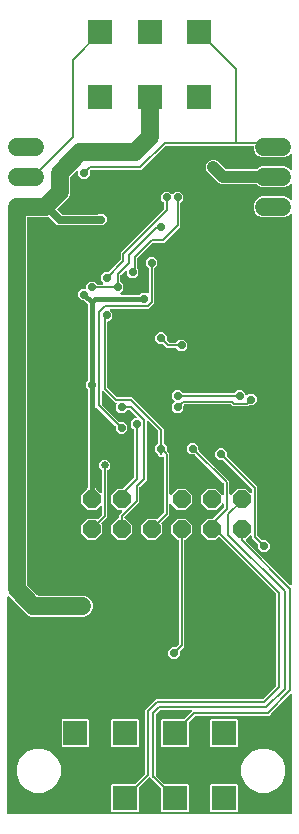
<source format=gbr>
G04 EAGLE Gerber RS-274X export*
G75*
%MOMM*%
%FSLAX34Y34*%
%LPD*%
%INBottom Copper*%
%IPPOS*%
%AMOC8*
5,1,8,0,0,1.08239X$1,22.5*%
G01*
%ADD10C,1.524000*%
%ADD11P,1.649562X8X22.500000*%
%ADD12C,0.711200*%
%ADD13R,2.095500X2.095500*%
%ADD14C,0.406400*%
%ADD15C,0.635000*%
%ADD16C,0.203200*%
%ADD17C,1.016000*%
%ADD18C,0.660400*%

G36*
X243517Y3184D02*
X243517Y3184D01*
X243575Y3182D01*
X243657Y3204D01*
X243741Y3216D01*
X243794Y3239D01*
X243850Y3254D01*
X243923Y3297D01*
X244000Y3332D01*
X244045Y3370D01*
X244095Y3399D01*
X244153Y3461D01*
X244217Y3515D01*
X244249Y3564D01*
X244289Y3607D01*
X244328Y3682D01*
X244375Y3752D01*
X244392Y3808D01*
X244419Y3860D01*
X244430Y3928D01*
X244460Y4023D01*
X244463Y4123D01*
X244474Y4191D01*
X244474Y103852D01*
X244470Y103881D01*
X244473Y103910D01*
X244450Y104021D01*
X244434Y104133D01*
X244422Y104160D01*
X244417Y104189D01*
X244365Y104289D01*
X244318Y104393D01*
X244299Y104415D01*
X244286Y104441D01*
X244208Y104523D01*
X244135Y104610D01*
X244110Y104626D01*
X244090Y104647D01*
X243992Y104704D01*
X243898Y104767D01*
X243870Y104776D01*
X243845Y104791D01*
X243735Y104819D01*
X243627Y104853D01*
X243597Y104854D01*
X243569Y104861D01*
X243456Y104857D01*
X243343Y104860D01*
X243314Y104853D01*
X243285Y104852D01*
X243177Y104817D01*
X243068Y104789D01*
X243042Y104774D01*
X243014Y104765D01*
X242951Y104719D01*
X242823Y104643D01*
X242780Y104598D01*
X242741Y104570D01*
X226422Y88250D01*
X226421Y88250D01*
X224785Y86613D01*
X163268Y86613D01*
X163181Y86601D01*
X163094Y86598D01*
X163041Y86581D01*
X162986Y86573D01*
X162906Y86538D01*
X162823Y86511D01*
X162784Y86483D01*
X162727Y86457D01*
X162614Y86361D01*
X162550Y86316D01*
X157046Y80812D01*
X156993Y80742D01*
X156933Y80678D01*
X156908Y80629D01*
X156875Y80584D01*
X156844Y80503D01*
X156804Y80425D01*
X156796Y80377D01*
X156773Y80319D01*
X156761Y80171D01*
X156748Y80094D01*
X156748Y60996D01*
X156004Y60252D01*
X133996Y60252D01*
X133252Y60996D01*
X133252Y83004D01*
X133996Y83748D01*
X153094Y83748D01*
X153180Y83760D01*
X153268Y83763D01*
X153320Y83780D01*
X153375Y83788D01*
X153455Y83824D01*
X153538Y83851D01*
X153578Y83879D01*
X153635Y83904D01*
X153748Y84000D01*
X153812Y84046D01*
X159191Y89425D01*
X159243Y89495D01*
X159303Y89559D01*
X159329Y89608D01*
X159362Y89652D01*
X159393Y89734D01*
X159433Y89812D01*
X159439Y89849D01*
X159455Y89870D01*
X159465Y89897D01*
X159481Y89922D01*
X159515Y90029D01*
X159556Y90135D01*
X159558Y90165D01*
X159567Y90193D01*
X159570Y90306D01*
X159579Y90419D01*
X159574Y90447D01*
X159574Y90477D01*
X159546Y90586D01*
X159524Y90697D01*
X159510Y90724D01*
X159503Y90752D01*
X159445Y90849D01*
X159393Y90950D01*
X159372Y90971D01*
X159357Y90996D01*
X159275Y91074D01*
X159197Y91156D01*
X159172Y91171D01*
X159150Y91191D01*
X159049Y91242D01*
X158952Y91300D01*
X158923Y91307D01*
X158897Y91320D01*
X158820Y91333D01*
X158676Y91370D01*
X158613Y91368D01*
X158566Y91376D01*
X133130Y91376D01*
X133044Y91364D01*
X132956Y91361D01*
X132904Y91344D01*
X132849Y91336D01*
X132769Y91300D01*
X132686Y91273D01*
X132646Y91245D01*
X132589Y91220D01*
X132476Y91124D01*
X132412Y91078D01*
X129584Y88250D01*
X129532Y88180D01*
X129472Y88116D01*
X129446Y88067D01*
X129413Y88023D01*
X129382Y87941D01*
X129342Y87863D01*
X129334Y87816D01*
X129312Y87757D01*
X129300Y87610D01*
X129287Y87532D01*
X129287Y36368D01*
X129299Y36281D01*
X129302Y36194D01*
X129319Y36141D01*
X129327Y36086D01*
X129362Y36006D01*
X129389Y35923D01*
X129417Y35884D01*
X129443Y35827D01*
X129539Y35714D01*
X129584Y35650D01*
X136188Y29046D01*
X136258Y28993D01*
X136322Y28933D01*
X136371Y28908D01*
X136416Y28875D01*
X136497Y28844D01*
X136575Y28804D01*
X136623Y28796D01*
X136681Y28773D01*
X136829Y28761D01*
X136906Y28748D01*
X156004Y28748D01*
X156748Y28004D01*
X156748Y5996D01*
X156004Y5252D01*
X133996Y5252D01*
X133252Y5996D01*
X133252Y25094D01*
X133240Y25180D01*
X133237Y25268D01*
X133220Y25320D01*
X133212Y25375D01*
X133176Y25455D01*
X133149Y25538D01*
X133121Y25578D01*
X133096Y25635D01*
X133000Y25748D01*
X132954Y25812D01*
X126575Y32191D01*
X126505Y32243D01*
X126441Y32303D01*
X126392Y32329D01*
X126348Y32362D01*
X126266Y32393D01*
X126188Y32433D01*
X126141Y32441D01*
X126082Y32463D01*
X126078Y32463D01*
X124605Y33936D01*
X124559Y33971D01*
X124518Y34013D01*
X124446Y34056D01*
X124378Y34107D01*
X124324Y34127D01*
X124273Y34157D01*
X124192Y34178D01*
X124113Y34208D01*
X124054Y34213D01*
X123998Y34227D01*
X123913Y34224D01*
X123829Y34231D01*
X123772Y34220D01*
X123713Y34218D01*
X123633Y34192D01*
X123551Y34175D01*
X123499Y34149D01*
X123443Y34131D01*
X123387Y34091D01*
X123298Y34045D01*
X123226Y33976D01*
X123170Y33936D01*
X115046Y25812D01*
X114993Y25742D01*
X114933Y25678D01*
X114908Y25629D01*
X114875Y25584D01*
X114844Y25503D01*
X114804Y25425D01*
X114796Y25377D01*
X114773Y25319D01*
X114761Y25171D01*
X114748Y25094D01*
X114748Y5996D01*
X114004Y5252D01*
X91996Y5252D01*
X91252Y5996D01*
X91252Y28004D01*
X91996Y28748D01*
X111094Y28748D01*
X111180Y28760D01*
X111268Y28763D01*
X111320Y28780D01*
X111375Y28788D01*
X111455Y28824D01*
X111538Y28851D01*
X111578Y28879D01*
X111635Y28904D01*
X111748Y29000D01*
X111812Y29046D01*
X119653Y36887D01*
X119706Y36957D01*
X119766Y37021D01*
X119791Y37070D01*
X119824Y37115D01*
X119855Y37196D01*
X119895Y37274D01*
X119903Y37322D01*
X119926Y37380D01*
X119938Y37528D01*
X119951Y37605D01*
X119951Y91435D01*
X129228Y100712D01*
X219295Y100712D01*
X219381Y100724D01*
X219469Y100727D01*
X219521Y100744D01*
X219576Y100752D01*
X219656Y100787D01*
X219739Y100814D01*
X219779Y100842D01*
X219836Y100868D01*
X219949Y100964D01*
X220013Y101009D01*
X230778Y111775D01*
X230831Y111845D01*
X230891Y111909D01*
X230916Y111958D01*
X230949Y112002D01*
X230980Y112084D01*
X231020Y112162D01*
X231028Y112209D01*
X231051Y112268D01*
X231063Y112415D01*
X231076Y112493D01*
X231076Y189132D01*
X231064Y189219D01*
X231061Y189306D01*
X231044Y189359D01*
X231036Y189414D01*
X231000Y189494D01*
X230973Y189577D01*
X230945Y189616D01*
X230920Y189673D01*
X230824Y189786D01*
X230778Y189850D01*
X183188Y237441D01*
X183141Y237476D01*
X183101Y237519D01*
X183028Y237561D01*
X182960Y237612D01*
X182906Y237633D01*
X182855Y237662D01*
X182774Y237683D01*
X182695Y237713D01*
X182636Y237718D01*
X182580Y237732D01*
X182496Y237730D01*
X182411Y237737D01*
X182354Y237725D01*
X182296Y237723D01*
X182215Y237697D01*
X182133Y237681D01*
X182081Y237654D01*
X182025Y237636D01*
X181969Y237596D01*
X181880Y237550D01*
X181808Y237481D01*
X181752Y237441D01*
X179895Y235584D01*
X172530Y235584D01*
X167322Y240792D01*
X167322Y248158D01*
X172530Y253366D01*
X176686Y253366D01*
X176773Y253378D01*
X176860Y253381D01*
X176913Y253398D01*
X176968Y253406D01*
X177048Y253441D01*
X177131Y253468D01*
X177170Y253496D01*
X177227Y253522D01*
X177340Y253618D01*
X177404Y253663D01*
X186328Y262587D01*
X186381Y262657D01*
X186441Y262721D01*
X186466Y262770D01*
X186499Y262815D01*
X186530Y262896D01*
X186570Y262974D01*
X186578Y263022D01*
X186601Y263080D01*
X186613Y263228D01*
X186626Y263305D01*
X186626Y265264D01*
X186622Y265293D01*
X186624Y265322D01*
X186602Y265433D01*
X186586Y265545D01*
X186574Y265572D01*
X186568Y265601D01*
X186516Y265701D01*
X186470Y265805D01*
X186451Y265827D01*
X186437Y265853D01*
X186359Y265935D01*
X186286Y266022D01*
X186262Y266038D01*
X186241Y266059D01*
X186144Y266117D01*
X186049Y266179D01*
X186021Y266188D01*
X185996Y266203D01*
X185887Y266231D01*
X185778Y266265D01*
X185749Y266266D01*
X185721Y266273D01*
X185608Y266270D01*
X185494Y266272D01*
X185466Y266265D01*
X185436Y266264D01*
X185329Y266229D01*
X185219Y266201D01*
X185194Y266186D01*
X185166Y266177D01*
X185102Y266131D01*
X184975Y266055D01*
X184932Y266010D01*
X184893Y265982D01*
X179895Y260984D01*
X172530Y260984D01*
X167322Y266192D01*
X167322Y273558D01*
X172530Y278766D01*
X179895Y278766D01*
X184893Y273768D01*
X184916Y273751D01*
X184935Y273728D01*
X185029Y273665D01*
X185120Y273597D01*
X185147Y273587D01*
X185172Y273571D01*
X185280Y273536D01*
X185385Y273496D01*
X185415Y273494D01*
X185443Y273485D01*
X185556Y273482D01*
X185669Y273473D01*
X185697Y273478D01*
X185727Y273478D01*
X185836Y273506D01*
X185948Y273528D01*
X185974Y273542D01*
X186002Y273549D01*
X186099Y273607D01*
X186200Y273659D01*
X186221Y273680D01*
X186246Y273695D01*
X186324Y273777D01*
X186406Y273855D01*
X186421Y273881D01*
X186441Y273902D01*
X186492Y274003D01*
X186550Y274100D01*
X186557Y274129D01*
X186570Y274155D01*
X186583Y274232D01*
X186620Y274376D01*
X186618Y274438D01*
X186626Y274486D01*
X186626Y282795D01*
X186614Y282881D01*
X186611Y282969D01*
X186594Y283021D01*
X186586Y283076D01*
X186550Y283156D01*
X186523Y283239D01*
X186495Y283279D01*
X186470Y283336D01*
X186374Y283449D01*
X186328Y283513D01*
X162228Y307613D01*
X162158Y307666D01*
X162094Y307726D01*
X162045Y307751D01*
X162000Y307784D01*
X161919Y307815D01*
X161841Y307855D01*
X161793Y307863D01*
X161735Y307886D01*
X161587Y307898D01*
X161510Y307911D01*
X158338Y307911D01*
X155511Y310738D01*
X155511Y314737D01*
X158338Y317564D01*
X162337Y317564D01*
X165164Y314737D01*
X165164Y311565D01*
X165176Y311479D01*
X165179Y311391D01*
X165196Y311339D01*
X165204Y311284D01*
X165240Y311204D01*
X165267Y311121D01*
X165295Y311081D01*
X165320Y311024D01*
X165416Y310911D01*
X165462Y310847D01*
X191199Y285110D01*
X191199Y274486D01*
X191203Y274457D01*
X191201Y274428D01*
X191223Y274317D01*
X191239Y274205D01*
X191251Y274178D01*
X191257Y274149D01*
X191309Y274049D01*
X191355Y273945D01*
X191374Y273923D01*
X191388Y273897D01*
X191466Y273815D01*
X191539Y273728D01*
X191563Y273712D01*
X191584Y273691D01*
X191681Y273633D01*
X191776Y273571D01*
X191804Y273562D01*
X191829Y273547D01*
X191938Y273519D01*
X192047Y273485D01*
X192076Y273484D01*
X192104Y273477D01*
X192217Y273480D01*
X192331Y273478D01*
X192359Y273485D01*
X192389Y273486D01*
X192496Y273521D01*
X192606Y273549D01*
X192631Y273564D01*
X192659Y273573D01*
X192723Y273619D01*
X192850Y273695D01*
X192893Y273740D01*
X192932Y273768D01*
X197930Y278766D01*
X205295Y278766D01*
X208705Y275356D01*
X208729Y275338D01*
X208748Y275316D01*
X208842Y275253D01*
X208932Y275185D01*
X208960Y275174D01*
X208984Y275158D01*
X209092Y275124D01*
X209198Y275084D01*
X209227Y275081D01*
X209255Y275072D01*
X209369Y275069D01*
X209481Y275060D01*
X209510Y275066D01*
X209539Y275065D01*
X209649Y275094D01*
X209760Y275116D01*
X209786Y275129D01*
X209814Y275137D01*
X209912Y275195D01*
X210012Y275247D01*
X210034Y275267D01*
X210059Y275282D01*
X210136Y275365D01*
X210218Y275443D01*
X210233Y275468D01*
X210253Y275489D01*
X210305Y275590D01*
X210362Y275688D01*
X210369Y275716D01*
X210383Y275743D01*
X210396Y275820D01*
X210432Y275964D01*
X210430Y276026D01*
X210438Y276074D01*
X210438Y278032D01*
X210426Y278119D01*
X210423Y278206D01*
X210406Y278259D01*
X210398Y278314D01*
X210363Y278394D01*
X210336Y278477D01*
X210308Y278516D01*
X210282Y278573D01*
X210186Y278686D01*
X210141Y278750D01*
X186040Y302851D01*
X185970Y302903D01*
X185906Y302963D01*
X185857Y302989D01*
X185813Y303022D01*
X185731Y303053D01*
X185653Y303093D01*
X185606Y303101D01*
X185547Y303123D01*
X185400Y303135D01*
X185322Y303148D01*
X182151Y303148D01*
X179323Y305976D01*
X179323Y309974D01*
X182151Y312802D01*
X186149Y312802D01*
X188977Y309974D01*
X188977Y306803D01*
X188989Y306716D01*
X188992Y306629D01*
X189009Y306576D01*
X189017Y306521D01*
X189052Y306441D01*
X189079Y306358D01*
X189107Y306319D01*
X189133Y306262D01*
X189229Y306149D01*
X189274Y306085D01*
X215012Y280347D01*
X215012Y239493D01*
X215024Y239406D01*
X215027Y239319D01*
X215044Y239266D01*
X215052Y239211D01*
X215087Y239131D01*
X215114Y239048D01*
X215142Y239009D01*
X215168Y238952D01*
X215264Y238839D01*
X215309Y238775D01*
X218772Y235312D01*
X218842Y235259D01*
X218906Y235199D01*
X218955Y235174D01*
X219000Y235141D01*
X219081Y235110D01*
X219159Y235070D01*
X219207Y235062D01*
X219265Y235039D01*
X219413Y235027D01*
X219490Y235014D01*
X222662Y235014D01*
X225489Y232187D01*
X225489Y228188D01*
X222662Y225361D01*
X218663Y225361D01*
X215836Y228188D01*
X215836Y231360D01*
X215824Y231446D01*
X215821Y231534D01*
X215804Y231586D01*
X215796Y231641D01*
X215760Y231721D01*
X215733Y231804D01*
X215705Y231844D01*
X215680Y231901D01*
X215584Y232014D01*
X215538Y232078D01*
X210438Y237178D01*
X210438Y238276D01*
X210434Y238305D01*
X210437Y238335D01*
X210414Y238446D01*
X210398Y238558D01*
X210386Y238585D01*
X210381Y238613D01*
X210329Y238714D01*
X210282Y238817D01*
X210263Y238840D01*
X210250Y238866D01*
X210172Y238948D01*
X210099Y239034D01*
X210074Y239051D01*
X210054Y239072D01*
X209956Y239129D01*
X209862Y239192D01*
X209834Y239201D01*
X209809Y239216D01*
X209699Y239243D01*
X209591Y239278D01*
X209561Y239278D01*
X209533Y239286D01*
X209420Y239282D01*
X209307Y239285D01*
X209278Y239278D01*
X209249Y239277D01*
X209141Y239242D01*
X209032Y239213D01*
X209006Y239198D01*
X208978Y239189D01*
X208915Y239144D01*
X208787Y239068D01*
X208744Y239022D01*
X208705Y238994D01*
X205472Y235761D01*
X205437Y235714D01*
X205394Y235674D01*
X205351Y235601D01*
X205301Y235533D01*
X205280Y235479D01*
X205250Y235428D01*
X205229Y235347D01*
X205199Y235268D01*
X205195Y235209D01*
X205180Y235153D01*
X205183Y235069D01*
X205176Y234985D01*
X205187Y234927D01*
X205189Y234869D01*
X205215Y234789D01*
X205232Y234706D01*
X205259Y234654D01*
X205277Y234598D01*
X205317Y234542D01*
X205363Y234453D01*
X205432Y234381D01*
X205472Y234325D01*
X242741Y197055D01*
X242765Y197038D01*
X242784Y197015D01*
X242878Y196952D01*
X242968Y196884D01*
X242996Y196874D01*
X243020Y196858D01*
X243128Y196823D01*
X243234Y196783D01*
X243263Y196781D01*
X243291Y196772D01*
X243405Y196769D01*
X243517Y196760D01*
X243546Y196765D01*
X243575Y196765D01*
X243685Y196793D01*
X243796Y196815D01*
X243822Y196829D01*
X243850Y196836D01*
X243948Y196894D01*
X244048Y196946D01*
X244070Y196967D01*
X244095Y196982D01*
X244172Y197064D01*
X244254Y197142D01*
X244269Y197168D01*
X244289Y197189D01*
X244341Y197290D01*
X244398Y197388D01*
X244405Y197416D01*
X244419Y197442D01*
X244432Y197519D01*
X244468Y197663D01*
X244466Y197726D01*
X244474Y197773D01*
X244474Y510755D01*
X244470Y510784D01*
X244473Y510813D01*
X244450Y510924D01*
X244434Y511036D01*
X244422Y511063D01*
X244417Y511092D01*
X244364Y511193D01*
X244318Y511296D01*
X244299Y511318D01*
X244286Y511344D01*
X244208Y511426D01*
X244135Y511513D01*
X244110Y511529D01*
X244090Y511550D01*
X243992Y511607D01*
X243898Y511670D01*
X243870Y511679D01*
X243845Y511694D01*
X243735Y511722D01*
X243627Y511756D01*
X243597Y511757D01*
X243569Y511764D01*
X243456Y511761D01*
X243343Y511763D01*
X243314Y511756D01*
X243285Y511755D01*
X243177Y511720D01*
X243068Y511692D01*
X243042Y511677D01*
X243014Y511668D01*
X242950Y511622D01*
X242823Y511546D01*
X242780Y511501D01*
X242741Y511473D01*
X241256Y509988D01*
X237988Y508634D01*
X219212Y508634D01*
X215944Y509988D01*
X213443Y512489D01*
X212089Y515757D01*
X212089Y519293D01*
X213443Y522561D01*
X215944Y525062D01*
X219212Y526416D01*
X237988Y526416D01*
X241256Y525062D01*
X242741Y523577D01*
X242765Y523560D01*
X242784Y523537D01*
X242878Y523474D01*
X242968Y523406D01*
X242996Y523396D01*
X243020Y523380D01*
X243128Y523345D01*
X243234Y523305D01*
X243263Y523303D01*
X243291Y523294D01*
X243405Y523291D01*
X243517Y523282D01*
X243546Y523287D01*
X243575Y523287D01*
X243685Y523315D01*
X243796Y523337D01*
X243822Y523351D01*
X243850Y523358D01*
X243948Y523416D01*
X244048Y523468D01*
X244070Y523489D01*
X244095Y523504D01*
X244172Y523586D01*
X244254Y523664D01*
X244269Y523690D01*
X244289Y523711D01*
X244341Y523812D01*
X244398Y523910D01*
X244405Y523938D01*
X244419Y523964D01*
X244432Y524041D01*
X244468Y524185D01*
X244466Y524248D01*
X244474Y524295D01*
X244474Y536155D01*
X244470Y536184D01*
X244473Y536213D01*
X244450Y536324D01*
X244434Y536436D01*
X244422Y536463D01*
X244417Y536492D01*
X244364Y536593D01*
X244318Y536696D01*
X244299Y536718D01*
X244286Y536744D01*
X244208Y536826D01*
X244135Y536913D01*
X244110Y536929D01*
X244090Y536950D01*
X243992Y537007D01*
X243898Y537070D01*
X243870Y537079D01*
X243845Y537094D01*
X243735Y537122D01*
X243627Y537156D01*
X243597Y537157D01*
X243569Y537164D01*
X243456Y537161D01*
X243343Y537163D01*
X243314Y537156D01*
X243285Y537155D01*
X243177Y537120D01*
X243068Y537092D01*
X243042Y537077D01*
X243014Y537068D01*
X242950Y537022D01*
X242823Y536946D01*
X242780Y536901D01*
X242741Y536873D01*
X241256Y535388D01*
X237988Y534034D01*
X219212Y534034D01*
X215944Y535388D01*
X215055Y536277D01*
X214985Y536329D01*
X214921Y536389D01*
X214872Y536415D01*
X214828Y536448D01*
X214746Y536479D01*
X214668Y536519D01*
X214620Y536527D01*
X214562Y536549D01*
X214414Y536561D01*
X214337Y536574D01*
X184474Y536574D01*
X182140Y537541D01*
X172416Y547265D01*
X171449Y549599D01*
X171449Y552126D01*
X172416Y554460D01*
X174203Y556246D01*
X176537Y557213D01*
X179063Y557213D01*
X181397Y556246D01*
X188071Y549573D01*
X188140Y549521D01*
X188204Y549461D01*
X188254Y549435D01*
X188298Y549402D01*
X188380Y549371D01*
X188458Y549331D01*
X188505Y549323D01*
X188564Y549301D01*
X188711Y549289D01*
X188789Y549276D01*
X214337Y549276D01*
X214423Y549288D01*
X214511Y549291D01*
X214564Y549308D01*
X214618Y549316D01*
X214698Y549351D01*
X214781Y549378D01*
X214821Y549406D01*
X214878Y549432D01*
X214991Y549528D01*
X215055Y549573D01*
X215944Y550462D01*
X219212Y551816D01*
X237988Y551816D01*
X241256Y550462D01*
X242741Y548977D01*
X242765Y548960D01*
X242784Y548937D01*
X242878Y548874D01*
X242968Y548806D01*
X242996Y548796D01*
X243020Y548780D01*
X243128Y548745D01*
X243234Y548705D01*
X243263Y548703D01*
X243291Y548694D01*
X243405Y548691D01*
X243517Y548682D01*
X243546Y548687D01*
X243575Y548687D01*
X243685Y548715D01*
X243796Y548737D01*
X243822Y548751D01*
X243850Y548758D01*
X243948Y548816D01*
X244048Y548868D01*
X244070Y548889D01*
X244095Y548904D01*
X244172Y548986D01*
X244254Y549064D01*
X244269Y549090D01*
X244289Y549111D01*
X244341Y549212D01*
X244398Y549310D01*
X244405Y549338D01*
X244419Y549364D01*
X244432Y549441D01*
X244468Y549585D01*
X244466Y549648D01*
X244474Y549695D01*
X244474Y561555D01*
X244470Y561584D01*
X244473Y561613D01*
X244450Y561724D01*
X244434Y561836D01*
X244422Y561863D01*
X244417Y561892D01*
X244364Y561993D01*
X244318Y562096D01*
X244299Y562118D01*
X244286Y562144D01*
X244208Y562226D01*
X244135Y562313D01*
X244110Y562329D01*
X244090Y562350D01*
X243992Y562407D01*
X243898Y562470D01*
X243870Y562479D01*
X243845Y562494D01*
X243735Y562522D01*
X243627Y562556D01*
X243597Y562557D01*
X243569Y562564D01*
X243456Y562561D01*
X243343Y562563D01*
X243314Y562556D01*
X243285Y562555D01*
X243177Y562520D01*
X243068Y562492D01*
X243042Y562477D01*
X243014Y562468D01*
X242950Y562422D01*
X242823Y562346D01*
X242780Y562301D01*
X242741Y562273D01*
X241256Y560788D01*
X237988Y559434D01*
X219212Y559434D01*
X215944Y560788D01*
X213443Y563289D01*
X212089Y566557D01*
X212089Y568198D01*
X212081Y568256D01*
X212083Y568314D01*
X212061Y568396D01*
X212049Y568480D01*
X212026Y568533D01*
X212011Y568589D01*
X211968Y568662D01*
X211933Y568739D01*
X211895Y568784D01*
X211866Y568834D01*
X211804Y568892D01*
X211750Y568956D01*
X211701Y568988D01*
X211658Y569028D01*
X211583Y569067D01*
X211513Y569114D01*
X211457Y569131D01*
X211405Y569158D01*
X211337Y569169D01*
X211242Y569199D01*
X211142Y569202D01*
X211074Y569213D01*
X137893Y569213D01*
X137806Y569201D01*
X137719Y569198D01*
X137666Y569181D01*
X137611Y569173D01*
X137531Y569138D01*
X137448Y569111D01*
X137409Y569083D01*
X137352Y569057D01*
X137239Y568961D01*
X137175Y568916D01*
X116835Y548576D01*
X74393Y548576D01*
X74306Y548564D01*
X74219Y548561D01*
X74166Y548544D01*
X74111Y548536D01*
X74031Y548500D01*
X73948Y548473D01*
X73909Y548445D01*
X73852Y548420D01*
X73739Y548324D01*
X73675Y548278D01*
X73387Y547990D01*
X73334Y547920D01*
X73274Y547856D01*
X73249Y547807D01*
X73216Y547763D01*
X73185Y547681D01*
X73145Y547603D01*
X73137Y547556D01*
X73114Y547497D01*
X73102Y547350D01*
X73089Y547272D01*
X73089Y544101D01*
X70262Y541273D01*
X66263Y541273D01*
X63436Y544101D01*
X63436Y546886D01*
X63432Y546915D01*
X63434Y546945D01*
X63412Y547056D01*
X63396Y547168D01*
X63384Y547195D01*
X63378Y547223D01*
X63326Y547324D01*
X63280Y547427D01*
X63261Y547450D01*
X63247Y547476D01*
X63169Y547558D01*
X63096Y547644D01*
X63072Y547661D01*
X63051Y547682D01*
X62954Y547739D01*
X62859Y547802D01*
X62831Y547811D01*
X62806Y547826D01*
X62697Y547853D01*
X62588Y547888D01*
X62559Y547888D01*
X62531Y547896D01*
X62418Y547892D01*
X62304Y547895D01*
X62276Y547888D01*
X62246Y547887D01*
X62139Y547852D01*
X62029Y547823D01*
X62004Y547808D01*
X61976Y547799D01*
X61912Y547754D01*
X61785Y547678D01*
X61742Y547632D01*
X61703Y547604D01*
X56813Y542715D01*
X56761Y542645D01*
X56701Y542581D01*
X56675Y542532D01*
X56642Y542487D01*
X56611Y542406D01*
X56571Y542328D01*
X56563Y542280D01*
X56541Y542222D01*
X56529Y542074D01*
X56516Y541997D01*
X56516Y528457D01*
X55162Y525189D01*
X52518Y522545D01*
X45867Y515894D01*
X45832Y515847D01*
X45789Y515807D01*
X45747Y515734D01*
X45696Y515666D01*
X45675Y515612D01*
X45646Y515561D01*
X45625Y515480D01*
X45595Y515401D01*
X45590Y515342D01*
X45576Y515286D01*
X45578Y515201D01*
X45571Y515117D01*
X45583Y515060D01*
X45585Y515002D01*
X45611Y514921D01*
X45627Y514839D01*
X45654Y514787D01*
X45672Y514731D01*
X45712Y514675D01*
X45758Y514586D01*
X45827Y514514D01*
X45867Y514458D01*
X49169Y511156D01*
X49239Y511103D01*
X49303Y511043D01*
X49352Y511018D01*
X49396Y510985D01*
X49478Y510954D01*
X49556Y510914D01*
X49604Y510906D01*
X49662Y510883D01*
X49810Y510871D01*
X49887Y510858D01*
X79749Y510858D01*
X79836Y510870D01*
X79923Y510873D01*
X79976Y510890D01*
X80031Y510898D01*
X80110Y510934D01*
X80194Y510961D01*
X80233Y510989D01*
X80290Y511014D01*
X80403Y511110D01*
X80467Y511156D01*
X80551Y511239D01*
X84549Y511239D01*
X87377Y508412D01*
X87377Y504413D01*
X84549Y501586D01*
X80551Y501586D01*
X80467Y501669D01*
X80397Y501722D01*
X80333Y501782D01*
X80284Y501807D01*
X80240Y501840D01*
X80158Y501871D01*
X80080Y501911D01*
X80033Y501919D01*
X79974Y501942D01*
X79827Y501954D01*
X79749Y501967D01*
X45783Y501967D01*
X42882Y504868D01*
X38886Y508864D01*
X38885Y508865D01*
X38884Y508866D01*
X38770Y508951D01*
X38659Y509035D01*
X38657Y509036D01*
X38656Y509037D01*
X38524Y509086D01*
X38393Y509136D01*
X38392Y509136D01*
X38390Y509137D01*
X38251Y509148D01*
X38110Y509160D01*
X38108Y509160D01*
X38107Y509160D01*
X38092Y509156D01*
X37831Y509104D01*
X37804Y509090D01*
X37780Y509084D01*
X36693Y508634D01*
X21018Y508634D01*
X20961Y508626D01*
X20902Y508628D01*
X20821Y508606D01*
X20737Y508594D01*
X20684Y508571D01*
X20627Y508556D01*
X20555Y508513D01*
X20478Y508478D01*
X20433Y508440D01*
X20383Y508411D01*
X20325Y508349D01*
X20261Y508295D01*
X20228Y508246D01*
X20188Y508203D01*
X20150Y508128D01*
X20103Y508058D01*
X20085Y508002D01*
X20059Y507950D01*
X20047Y507882D01*
X20017Y507787D01*
X20015Y507687D01*
X20003Y507619D01*
X20003Y197778D01*
X20015Y197692D01*
X20018Y197604D01*
X20035Y197552D01*
X20043Y197497D01*
X20079Y197417D01*
X20106Y197334D01*
X20134Y197294D01*
X20159Y197237D01*
X20255Y197124D01*
X20301Y197060D01*
X28785Y188576D01*
X28855Y188523D01*
X28919Y188463D01*
X28968Y188438D01*
X29013Y188405D01*
X29094Y188374D01*
X29172Y188334D01*
X29220Y188326D01*
X29278Y188303D01*
X29426Y188291D01*
X29503Y188278D01*
X68443Y188278D01*
X71711Y186925D01*
X74212Y184424D01*
X75566Y181156D01*
X75566Y177619D01*
X74212Y174351D01*
X71711Y171850D01*
X68443Y170497D01*
X23632Y170497D01*
X20364Y171850D01*
X6219Y185995D01*
X4909Y187305D01*
X4885Y187323D01*
X4866Y187345D01*
X4772Y187408D01*
X4682Y187476D01*
X4654Y187487D01*
X4630Y187503D01*
X4522Y187537D01*
X4416Y187577D01*
X4387Y187580D01*
X4359Y187589D01*
X4245Y187592D01*
X4133Y187601D01*
X4104Y187595D01*
X4075Y187596D01*
X3965Y187567D01*
X3854Y187545D01*
X3828Y187531D01*
X3800Y187524D01*
X3702Y187466D01*
X3602Y187414D01*
X3580Y187394D01*
X3555Y187379D01*
X3478Y187296D01*
X3396Y187218D01*
X3381Y187193D01*
X3361Y187172D01*
X3309Y187071D01*
X3252Y186973D01*
X3245Y186945D01*
X3231Y186918D01*
X3218Y186841D01*
X3182Y186697D01*
X3184Y186635D01*
X3176Y186587D01*
X3176Y4191D01*
X3184Y4133D01*
X3182Y4075D01*
X3204Y3993D01*
X3216Y3909D01*
X3239Y3856D01*
X3254Y3800D01*
X3297Y3727D01*
X3332Y3650D01*
X3370Y3605D01*
X3399Y3555D01*
X3461Y3497D01*
X3515Y3433D01*
X3564Y3401D01*
X3607Y3361D01*
X3682Y3322D01*
X3752Y3275D01*
X3808Y3258D01*
X3860Y3231D01*
X3928Y3220D01*
X4023Y3190D01*
X4123Y3187D01*
X4191Y3176D01*
X243459Y3176D01*
X243517Y3184D01*
G37*
%LPC*%
G36*
X70930Y235584D02*
X70930Y235584D01*
X65722Y240792D01*
X65722Y248158D01*
X70930Y253366D01*
X78295Y253366D01*
X78564Y253097D01*
X78611Y253061D01*
X78651Y253019D01*
X78724Y252976D01*
X78792Y252926D01*
X78846Y252905D01*
X78897Y252875D01*
X78978Y252854D01*
X79057Y252824D01*
X79116Y252820D01*
X79172Y252805D01*
X79256Y252808D01*
X79341Y252801D01*
X79398Y252812D01*
X79456Y252814D01*
X79537Y252840D01*
X79619Y252857D01*
X79671Y252884D01*
X79727Y252902D01*
X79783Y252942D01*
X79872Y252988D01*
X79944Y253056D01*
X80000Y253097D01*
X83141Y256237D01*
X83193Y256307D01*
X83253Y256371D01*
X83279Y256420D01*
X83312Y256465D01*
X83343Y256546D01*
X83383Y256624D01*
X83391Y256672D01*
X83413Y256730D01*
X83419Y256804D01*
X83424Y256820D01*
X83426Y256881D01*
X83438Y256955D01*
X83438Y263676D01*
X83434Y263705D01*
X83437Y263735D01*
X83414Y263846D01*
X83398Y263958D01*
X83386Y263985D01*
X83381Y264013D01*
X83329Y264114D01*
X83282Y264217D01*
X83263Y264240D01*
X83250Y264266D01*
X83172Y264348D01*
X83099Y264434D01*
X83074Y264451D01*
X83054Y264472D01*
X82956Y264529D01*
X82862Y264592D01*
X82834Y264601D01*
X82809Y264616D01*
X82699Y264643D01*
X82591Y264678D01*
X82561Y264678D01*
X82533Y264686D01*
X82420Y264682D01*
X82307Y264685D01*
X82278Y264678D01*
X82249Y264677D01*
X82141Y264642D01*
X82032Y264613D01*
X82006Y264598D01*
X81978Y264589D01*
X81915Y264544D01*
X81787Y264468D01*
X81744Y264422D01*
X81705Y264394D01*
X78295Y260984D01*
X70930Y260984D01*
X65722Y266192D01*
X65722Y273558D01*
X71012Y278848D01*
X71065Y278918D01*
X71125Y278982D01*
X71150Y279031D01*
X71183Y279075D01*
X71214Y279157D01*
X71254Y279235D01*
X71262Y279283D01*
X71285Y279341D01*
X71297Y279489D01*
X71310Y279566D01*
X71310Y362769D01*
X71298Y362855D01*
X71295Y362943D01*
X71278Y362995D01*
X71270Y363050D01*
X71234Y363130D01*
X71207Y363213D01*
X71179Y363252D01*
X71154Y363310D01*
X71058Y363423D01*
X71012Y363487D01*
X69786Y364713D01*
X69786Y368712D01*
X71012Y369938D01*
X71065Y370008D01*
X71125Y370072D01*
X71150Y370122D01*
X71183Y370166D01*
X71214Y370247D01*
X71254Y370325D01*
X71262Y370373D01*
X71285Y370431D01*
X71291Y370515D01*
X71296Y370528D01*
X71297Y370581D01*
X71310Y370656D01*
X71310Y434774D01*
X71298Y434861D01*
X71295Y434948D01*
X71278Y435001D01*
X71270Y435055D01*
X71234Y435135D01*
X71207Y435218D01*
X71179Y435258D01*
X71154Y435315D01*
X71058Y435428D01*
X71012Y435492D01*
X68716Y437788D01*
X68646Y437841D01*
X68582Y437901D01*
X68533Y437926D01*
X68489Y437959D01*
X68407Y437990D01*
X68329Y438030D01*
X68281Y438038D01*
X68223Y438061D01*
X68075Y438073D01*
X67998Y438086D01*
X66263Y438086D01*
X63436Y440913D01*
X63436Y444912D01*
X66263Y447739D01*
X68771Y447739D01*
X68828Y447747D01*
X68887Y447746D01*
X68968Y447767D01*
X69052Y447779D01*
X69105Y447803D01*
X69162Y447818D01*
X69234Y447861D01*
X69311Y447895D01*
X69356Y447933D01*
X69406Y447963D01*
X69464Y448025D01*
X69528Y448079D01*
X69561Y448128D01*
X69601Y448170D01*
X69639Y448245D01*
X69686Y448316D01*
X69704Y448371D01*
X69730Y448423D01*
X69742Y448491D01*
X69772Y448587D01*
X69774Y448686D01*
X69786Y448754D01*
X69786Y451262D01*
X72613Y454089D01*
X76612Y454089D01*
X78854Y451847D01*
X78924Y451794D01*
X78988Y451734D01*
X79038Y451709D01*
X79082Y451676D01*
X79163Y451645D01*
X79241Y451605D01*
X79289Y451597D01*
X79347Y451574D01*
X79495Y451562D01*
X79572Y451549D01*
X83686Y451549D01*
X83715Y451553D01*
X83745Y451551D01*
X83856Y451573D01*
X83968Y451589D01*
X83994Y451601D01*
X84023Y451607D01*
X84124Y451659D01*
X84227Y451705D01*
X84250Y451724D01*
X84276Y451738D01*
X84358Y451816D01*
X84444Y451889D01*
X84460Y451913D01*
X84482Y451934D01*
X84539Y452031D01*
X84602Y452126D01*
X84611Y452154D01*
X84625Y452179D01*
X84653Y452288D01*
X84688Y452397D01*
X84688Y452426D01*
X84695Y452454D01*
X84692Y452567D01*
X84695Y452681D01*
X84687Y452709D01*
X84686Y452739D01*
X84652Y452846D01*
X84623Y452956D01*
X84608Y452981D01*
X84599Y453009D01*
X84553Y453073D01*
X84478Y453200D01*
X84432Y453243D01*
X84404Y453282D01*
X82486Y455201D01*
X82486Y459199D01*
X85313Y462027D01*
X88485Y462027D01*
X88571Y462039D01*
X88659Y462042D01*
X88711Y462059D01*
X88766Y462067D01*
X88846Y462102D01*
X88929Y462129D01*
X88969Y462157D01*
X89026Y462183D01*
X89139Y462279D01*
X89203Y462324D01*
X99016Y472137D01*
X99068Y472207D01*
X99128Y472271D01*
X99154Y472320D01*
X99187Y472365D01*
X99218Y472446D01*
X99258Y472524D01*
X99266Y472572D01*
X99288Y472630D01*
X99300Y472778D01*
X99313Y472855D01*
X99313Y478785D01*
X135528Y515000D01*
X135581Y515070D01*
X135641Y515134D01*
X135666Y515183D01*
X135699Y515227D01*
X135730Y515309D01*
X135770Y515387D01*
X135778Y515434D01*
X135801Y515493D01*
X135813Y515640D01*
X135826Y515718D01*
X135826Y520503D01*
X135814Y520589D01*
X135811Y520677D01*
X135794Y520729D01*
X135786Y520784D01*
X135750Y520864D01*
X135723Y520947D01*
X135695Y520986D01*
X135670Y521044D01*
X135574Y521157D01*
X135528Y521221D01*
X133286Y523463D01*
X133286Y527462D01*
X136113Y530289D01*
X140112Y530289D01*
X142157Y528244D01*
X142204Y528209D01*
X142244Y528166D01*
X142317Y528124D01*
X142384Y528073D01*
X142439Y528052D01*
X142489Y528023D01*
X142571Y528002D01*
X142650Y527972D01*
X142708Y527967D01*
X142765Y527953D01*
X142849Y527955D01*
X142933Y527948D01*
X142991Y527960D01*
X143049Y527962D01*
X143129Y527988D01*
X143212Y528004D01*
X143264Y528031D01*
X143320Y528049D01*
X143376Y528089D01*
X143464Y528135D01*
X143537Y528204D01*
X143593Y528244D01*
X145638Y530289D01*
X149637Y530289D01*
X152464Y527462D01*
X152464Y523463D01*
X150222Y521221D01*
X150169Y521151D01*
X150109Y521087D01*
X150084Y521037D01*
X150051Y520993D01*
X150020Y520912D01*
X149980Y520834D01*
X149972Y520786D01*
X149949Y520728D01*
X149937Y520580D01*
X149924Y520503D01*
X149924Y500703D01*
X135885Y486663D01*
X126780Y486663D01*
X126694Y486651D01*
X126606Y486648D01*
X126554Y486631D01*
X126499Y486623D01*
X126419Y486588D01*
X126336Y486561D01*
X126296Y486533D01*
X126239Y486507D01*
X126126Y486411D01*
X126062Y486366D01*
X113709Y474013D01*
X113657Y473943D01*
X113597Y473879D01*
X113571Y473830D01*
X113538Y473785D01*
X113507Y473704D01*
X113467Y473626D01*
X113459Y473578D01*
X113437Y473520D01*
X113428Y473412D01*
X113426Y473404D01*
X113425Y473375D01*
X113425Y473372D01*
X113412Y473295D01*
X113412Y465335D01*
X113424Y465248D01*
X113427Y465161D01*
X113444Y465108D01*
X113452Y465053D01*
X113487Y464974D01*
X113514Y464890D01*
X113542Y464851D01*
X113568Y464794D01*
X113664Y464681D01*
X113709Y464617D01*
X114364Y463962D01*
X114364Y459963D01*
X111537Y457136D01*
X107538Y457136D01*
X104711Y459963D01*
X104711Y462563D01*
X104707Y462592D01*
X104709Y462622D01*
X104687Y462733D01*
X104671Y462845D01*
X104659Y462872D01*
X104653Y462900D01*
X104601Y463001D01*
X104555Y463104D01*
X104536Y463127D01*
X104522Y463153D01*
X104444Y463235D01*
X104371Y463321D01*
X104347Y463338D01*
X104326Y463359D01*
X104229Y463416D01*
X104134Y463479D01*
X104106Y463488D01*
X104081Y463502D01*
X103972Y463530D01*
X103863Y463565D01*
X103834Y463565D01*
X103806Y463573D01*
X103693Y463569D01*
X103579Y463572D01*
X103551Y463564D01*
X103521Y463564D01*
X103414Y463529D01*
X103304Y463500D01*
X103279Y463485D01*
X103251Y463476D01*
X103187Y463431D01*
X103060Y463355D01*
X103017Y463309D01*
X102978Y463281D01*
X99422Y459725D01*
X99409Y459708D01*
X99397Y459698D01*
X99367Y459653D01*
X99309Y459591D01*
X99284Y459542D01*
X99251Y459498D01*
X99220Y459416D01*
X99180Y459338D01*
X99172Y459291D01*
X99149Y459232D01*
X99137Y459085D01*
X99124Y459007D01*
X99124Y454222D01*
X99136Y454136D01*
X99139Y454048D01*
X99156Y453996D01*
X99164Y453941D01*
X99200Y453861D01*
X99227Y453778D01*
X99255Y453739D01*
X99280Y453681D01*
X99376Y453568D01*
X99422Y453504D01*
X101664Y451262D01*
X101664Y447263D01*
X99174Y444773D01*
X99157Y444750D01*
X99134Y444731D01*
X99072Y444637D01*
X99003Y444546D01*
X98993Y444519D01*
X98977Y444494D01*
X98943Y444386D01*
X98902Y444281D01*
X98900Y444251D01*
X98891Y444223D01*
X98888Y444110D01*
X98879Y443997D01*
X98884Y443969D01*
X98884Y443939D01*
X98912Y443830D01*
X98935Y443718D01*
X98948Y443692D01*
X98956Y443664D01*
X99013Y443567D01*
X99066Y443466D01*
X99086Y443445D01*
X99101Y443420D01*
X99183Y443342D01*
X99261Y443260D01*
X99287Y443245D01*
X99308Y443225D01*
X99409Y443174D01*
X99507Y443116D01*
X99535Y443109D01*
X99561Y443096D01*
X99639Y443083D01*
X99782Y443046D01*
X99845Y443048D01*
X99892Y443040D01*
X115119Y443040D01*
X115205Y443052D01*
X115293Y443055D01*
X115345Y443072D01*
X115400Y443080D01*
X115480Y443116D01*
X115563Y443143D01*
X115602Y443171D01*
X115660Y443196D01*
X115773Y443292D01*
X115837Y443338D01*
X117063Y444564D01*
X121062Y444564D01*
X121393Y444233D01*
X121416Y444216D01*
X121435Y444193D01*
X121529Y444131D01*
X121620Y444062D01*
X121647Y444052D01*
X121672Y444036D01*
X121780Y444002D01*
X121885Y443961D01*
X121915Y443959D01*
X121943Y443950D01*
X122056Y443947D01*
X122169Y443938D01*
X122197Y443943D01*
X122227Y443943D01*
X122336Y443971D01*
X122448Y443994D01*
X122474Y444007D01*
X122502Y444015D01*
X122599Y444072D01*
X122700Y444125D01*
X122721Y444145D01*
X122746Y444160D01*
X122824Y444242D01*
X122906Y444320D01*
X122921Y444346D01*
X122941Y444367D01*
X122992Y444468D01*
X123050Y444566D01*
X123057Y444594D01*
X123070Y444620D01*
X123083Y444698D01*
X123120Y444841D01*
X123118Y444904D01*
X123126Y444951D01*
X123126Y464940D01*
X123114Y465027D01*
X123111Y465114D01*
X123094Y465167D01*
X123086Y465222D01*
X123050Y465301D01*
X123023Y465385D01*
X122995Y465424D01*
X122970Y465481D01*
X122874Y465594D01*
X122828Y465658D01*
X120586Y467901D01*
X120586Y471899D01*
X123413Y474727D01*
X127412Y474727D01*
X130239Y471899D01*
X130239Y467901D01*
X127997Y465658D01*
X127944Y465588D01*
X127884Y465524D01*
X127859Y465475D01*
X127826Y465431D01*
X127795Y465349D01*
X127755Y465271D01*
X127747Y465224D01*
X127724Y465165D01*
X127712Y465018D01*
X127699Y464940D01*
X127699Y435615D01*
X123185Y431101D01*
X90939Y431101D01*
X90910Y431097D01*
X90880Y431099D01*
X90769Y431077D01*
X90657Y431061D01*
X90631Y431049D01*
X90602Y431043D01*
X90501Y430991D01*
X90398Y430945D01*
X90375Y430926D01*
X90349Y430912D01*
X90267Y430834D01*
X90181Y430761D01*
X90165Y430737D01*
X90143Y430716D01*
X90086Y430619D01*
X90023Y430524D01*
X90014Y430496D01*
X90000Y430471D01*
X89972Y430362D01*
X89937Y430253D01*
X89937Y430224D01*
X89930Y430196D01*
X89933Y430083D01*
X89930Y429969D01*
X89938Y429941D01*
X89939Y429911D01*
X89973Y429804D01*
X90002Y429694D01*
X90017Y429669D01*
X90026Y429641D01*
X90072Y429577D01*
X90147Y429450D01*
X90193Y429407D01*
X90221Y429368D01*
X92139Y427449D01*
X92139Y423451D01*
X89312Y420623D01*
X89027Y420623D01*
X88969Y420615D01*
X88911Y420617D01*
X88829Y420595D01*
X88745Y420583D01*
X88692Y420560D01*
X88636Y420545D01*
X88563Y420502D01*
X88486Y420467D01*
X88441Y420429D01*
X88391Y420400D01*
X88333Y420338D01*
X88269Y420284D01*
X88237Y420235D01*
X88197Y420192D01*
X88158Y420117D01*
X88111Y420047D01*
X88094Y419991D01*
X88067Y419939D01*
X88056Y419871D01*
X88026Y419776D01*
X88023Y419676D01*
X88012Y419608D01*
X88012Y364905D01*
X88024Y364819D01*
X88027Y364731D01*
X88044Y364679D01*
X88052Y364624D01*
X88087Y364544D01*
X88114Y364461D01*
X88142Y364421D01*
X88168Y364364D01*
X88264Y364251D01*
X88309Y364187D01*
X95900Y356597D01*
X95970Y356544D01*
X96034Y356484D01*
X96083Y356459D01*
X96127Y356426D01*
X96209Y356395D01*
X96287Y356355D01*
X96334Y356347D01*
X96393Y356324D01*
X96540Y356312D01*
X96618Y356299D01*
X108897Y356299D01*
X135637Y329560D01*
X135637Y317697D01*
X135649Y317611D01*
X135652Y317523D01*
X135669Y317471D01*
X135677Y317416D01*
X135712Y317336D01*
X135739Y317253D01*
X135767Y317213D01*
X135793Y317156D01*
X135889Y317043D01*
X135934Y316979D01*
X138177Y314737D01*
X138177Y311565D01*
X138189Y311479D01*
X138192Y311391D01*
X138209Y311339D01*
X138217Y311284D01*
X138252Y311204D01*
X138279Y311121D01*
X138307Y311081D01*
X138333Y311024D01*
X138429Y310911D01*
X138474Y310847D01*
X140399Y308922D01*
X140399Y274486D01*
X140403Y274457D01*
X140401Y274428D01*
X140423Y274317D01*
X140439Y274205D01*
X140451Y274178D01*
X140457Y274149D01*
X140509Y274049D01*
X140555Y273945D01*
X140574Y273923D01*
X140588Y273897D01*
X140666Y273815D01*
X140739Y273728D01*
X140763Y273712D01*
X140784Y273691D01*
X140881Y273633D01*
X140976Y273571D01*
X141004Y273562D01*
X141029Y273547D01*
X141138Y273519D01*
X141247Y273485D01*
X141276Y273484D01*
X141304Y273477D01*
X141417Y273480D01*
X141531Y273478D01*
X141559Y273485D01*
X141589Y273486D01*
X141696Y273521D01*
X141806Y273549D01*
X141831Y273564D01*
X141859Y273573D01*
X141923Y273619D01*
X142050Y273695D01*
X142093Y273740D01*
X142132Y273768D01*
X147130Y278766D01*
X154495Y278766D01*
X159703Y273558D01*
X159703Y266192D01*
X154495Y260984D01*
X147130Y260984D01*
X142132Y265982D01*
X142109Y265999D01*
X142090Y266022D01*
X141996Y266085D01*
X141905Y266153D01*
X141878Y266163D01*
X141853Y266179D01*
X141745Y266214D01*
X141640Y266254D01*
X141610Y266256D01*
X141582Y266265D01*
X141469Y266268D01*
X141356Y266277D01*
X141328Y266272D01*
X141298Y266272D01*
X141189Y266244D01*
X141077Y266222D01*
X141051Y266208D01*
X141023Y266201D01*
X140926Y266143D01*
X140825Y266091D01*
X140804Y266070D01*
X140779Y266055D01*
X140701Y265973D01*
X140619Y265895D01*
X140604Y265869D01*
X140584Y265848D01*
X140533Y265747D01*
X140475Y265650D01*
X140468Y265621D01*
X140455Y265595D01*
X140442Y265518D01*
X140405Y265374D01*
X140407Y265312D01*
X140399Y265264D01*
X140399Y256228D01*
X138762Y254591D01*
X134034Y249863D01*
X133999Y249816D01*
X133956Y249776D01*
X133914Y249703D01*
X133863Y249635D01*
X133842Y249581D01*
X133813Y249530D01*
X133792Y249449D01*
X133762Y249370D01*
X133757Y249311D01*
X133743Y249255D01*
X133745Y249171D01*
X133738Y249086D01*
X133750Y249029D01*
X133752Y248971D01*
X133778Y248890D01*
X133794Y248808D01*
X133821Y248756D01*
X133839Y248700D01*
X133879Y248644D01*
X133925Y248555D01*
X133994Y248483D01*
X134034Y248427D01*
X134303Y248158D01*
X134303Y240792D01*
X129095Y235584D01*
X121730Y235584D01*
X116522Y240792D01*
X116522Y248158D01*
X121730Y253366D01*
X129095Y253366D01*
X129364Y253097D01*
X129411Y253061D01*
X129451Y253019D01*
X129524Y252976D01*
X129592Y252926D01*
X129646Y252905D01*
X129697Y252875D01*
X129778Y252854D01*
X129857Y252824D01*
X129916Y252820D01*
X129972Y252805D01*
X130056Y252808D01*
X130141Y252801D01*
X130198Y252812D01*
X130256Y252814D01*
X130337Y252840D01*
X130419Y252857D01*
X130471Y252884D01*
X130527Y252902D01*
X130583Y252942D01*
X130672Y252988D01*
X130744Y253056D01*
X130800Y253097D01*
X135528Y257825D01*
X135581Y257895D01*
X135641Y257959D01*
X135666Y258008D01*
X135699Y258052D01*
X135730Y258134D01*
X135770Y258212D01*
X135778Y258259D01*
X135801Y258318D01*
X135813Y258465D01*
X135826Y258543D01*
X135826Y304766D01*
X135822Y304795D01*
X135824Y304824D01*
X135802Y304935D01*
X135786Y305047D01*
X135774Y305074D01*
X135768Y305103D01*
X135716Y305203D01*
X135670Y305307D01*
X135651Y305329D01*
X135637Y305355D01*
X135559Y305437D01*
X135486Y305524D01*
X135462Y305540D01*
X135441Y305561D01*
X135344Y305618D01*
X135249Y305681D01*
X135221Y305690D01*
X135196Y305705D01*
X135086Y305733D01*
X134978Y305767D01*
X134949Y305768D01*
X134920Y305775D01*
X134807Y305771D01*
X134694Y305774D01*
X134666Y305767D01*
X134636Y305766D01*
X134528Y305731D01*
X134419Y305703D01*
X134395Y305688D01*
X132403Y305688D01*
X131063Y307028D01*
X131063Y307778D01*
X131056Y307831D01*
X131057Y307867D01*
X131050Y307892D01*
X131048Y307952D01*
X131031Y308004D01*
X131023Y308059D01*
X130988Y308139D01*
X130961Y308222D01*
X130933Y308262D01*
X130907Y308319D01*
X130811Y308432D01*
X130766Y308496D01*
X128523Y310738D01*
X128523Y314737D01*
X130766Y316979D01*
X130818Y317049D01*
X130878Y317113D01*
X130904Y317162D01*
X130937Y317207D01*
X130968Y317288D01*
X131008Y317366D01*
X131016Y317414D01*
X131038Y317472D01*
X131050Y317620D01*
X131063Y317697D01*
X131063Y327245D01*
X131051Y327331D01*
X131048Y327419D01*
X131031Y327471D01*
X131023Y327526D01*
X130988Y327606D01*
X130961Y327689D01*
X130933Y327729D01*
X130907Y327786D01*
X130811Y327899D01*
X130766Y327963D01*
X123082Y335646D01*
X123059Y335664D01*
X123040Y335686D01*
X122946Y335749D01*
X122855Y335817D01*
X122828Y335828D01*
X122803Y335844D01*
X122695Y335878D01*
X122590Y335918D01*
X122560Y335921D01*
X122532Y335930D01*
X122419Y335933D01*
X122306Y335942D01*
X122278Y335936D01*
X122248Y335937D01*
X122139Y335908D01*
X122027Y335886D01*
X122001Y335872D01*
X121973Y335865D01*
X121876Y335807D01*
X121775Y335755D01*
X121754Y335735D01*
X121729Y335720D01*
X121651Y335637D01*
X121569Y335559D01*
X121554Y335534D01*
X121534Y335513D01*
X121483Y335412D01*
X121425Y335314D01*
X121418Y335286D01*
X121405Y335259D01*
X121392Y335182D01*
X121355Y335038D01*
X121357Y334976D01*
X121349Y334928D01*
X121349Y286390D01*
X115297Y280338D01*
X115244Y280268D01*
X115184Y280204D01*
X115159Y280155D01*
X115126Y280110D01*
X115095Y280029D01*
X115055Y279951D01*
X115047Y279903D01*
X115024Y279845D01*
X115012Y279697D01*
X114999Y279620D01*
X114999Y267340D01*
X102758Y255099D01*
X102740Y255075D01*
X102718Y255056D01*
X102655Y254962D01*
X102587Y254872D01*
X102576Y254844D01*
X102560Y254820D01*
X102526Y254712D01*
X102486Y254606D01*
X102483Y254577D01*
X102474Y254549D01*
X102471Y254435D01*
X102462Y254323D01*
X102468Y254294D01*
X102467Y254265D01*
X102496Y254155D01*
X102518Y254044D01*
X102532Y254018D01*
X102539Y253990D01*
X102597Y253892D01*
X102649Y253792D01*
X102669Y253770D01*
X102684Y253745D01*
X102767Y253668D01*
X102845Y253586D01*
X102870Y253571D01*
X102891Y253551D01*
X102992Y253499D01*
X103090Y253442D01*
X103118Y253435D01*
X103145Y253421D01*
X103222Y253408D01*
X103366Y253372D01*
X103428Y253374D01*
X103476Y253366D01*
X103695Y253366D01*
X108903Y248158D01*
X108903Y240792D01*
X103695Y235584D01*
X96330Y235584D01*
X91122Y240792D01*
X91122Y248158D01*
X96330Y253366D01*
X96711Y253366D01*
X96768Y253374D01*
X96827Y253372D01*
X96908Y253394D01*
X96992Y253406D01*
X97045Y253429D01*
X97102Y253444D01*
X97174Y253487D01*
X97251Y253522D01*
X97296Y253560D01*
X97346Y253589D01*
X97404Y253651D01*
X97468Y253705D01*
X97501Y253754D01*
X97541Y253797D01*
X97579Y253872D01*
X97626Y253942D01*
X97644Y253998D01*
X97670Y254050D01*
X97682Y254118D01*
X97712Y254213D01*
X97714Y254313D01*
X97726Y254381D01*
X97726Y256535D01*
X99363Y258172D01*
X100442Y259251D01*
X100460Y259275D01*
X100482Y259294D01*
X100545Y259388D01*
X100613Y259478D01*
X100624Y259506D01*
X100640Y259530D01*
X100674Y259638D01*
X100714Y259744D01*
X100717Y259773D01*
X100726Y259801D01*
X100729Y259915D01*
X100738Y260027D01*
X100732Y260056D01*
X100733Y260085D01*
X100704Y260195D01*
X100682Y260306D01*
X100668Y260332D01*
X100661Y260360D01*
X100603Y260458D01*
X100551Y260558D01*
X100531Y260580D01*
X100516Y260605D01*
X100433Y260682D01*
X100355Y260764D01*
X100330Y260779D01*
X100309Y260799D01*
X100208Y260851D01*
X100110Y260908D01*
X100082Y260915D01*
X100055Y260929D01*
X99978Y260942D01*
X99834Y260978D01*
X99772Y260976D01*
X99724Y260984D01*
X96330Y260984D01*
X91122Y266192D01*
X91122Y273558D01*
X96330Y278766D01*
X100486Y278766D01*
X100573Y278778D01*
X100660Y278781D01*
X100713Y278798D01*
X100768Y278806D01*
X100848Y278841D01*
X100931Y278868D01*
X100970Y278896D01*
X101027Y278922D01*
X101140Y279018D01*
X101204Y279063D01*
X110128Y287987D01*
X110181Y288057D01*
X110241Y288121D01*
X110266Y288170D01*
X110299Y288215D01*
X110330Y288296D01*
X110370Y288374D01*
X110378Y288422D01*
X110401Y288480D01*
X110413Y288628D01*
X110426Y288705D01*
X110426Y328415D01*
X110414Y328502D01*
X110411Y328589D01*
X110394Y328642D01*
X110386Y328697D01*
X110350Y328776D01*
X110323Y328860D01*
X110295Y328899D01*
X110270Y328956D01*
X110174Y329069D01*
X110128Y329133D01*
X107886Y331376D01*
X107886Y335374D01*
X110713Y338202D01*
X111726Y338202D01*
X111755Y338206D01*
X111784Y338203D01*
X111895Y338226D01*
X112007Y338242D01*
X112034Y338254D01*
X112063Y338259D01*
X112163Y338311D01*
X112267Y338358D01*
X112289Y338377D01*
X112315Y338390D01*
X112397Y338468D01*
X112484Y338541D01*
X112500Y338566D01*
X112521Y338586D01*
X112578Y338684D01*
X112641Y338778D01*
X112650Y338806D01*
X112665Y338831D01*
X112693Y338941D01*
X112727Y339049D01*
X112728Y339079D01*
X112735Y339107D01*
X112731Y339220D01*
X112734Y339333D01*
X112727Y339362D01*
X112726Y339391D01*
X112691Y339499D01*
X112663Y339608D01*
X112648Y339634D01*
X112639Y339662D01*
X112593Y339725D01*
X112517Y339853D01*
X112511Y339858D01*
X112511Y339859D01*
X112471Y339897D01*
X112444Y339935D01*
X107300Y345078D01*
X107230Y345131D01*
X107166Y345191D01*
X107117Y345216D01*
X107073Y345249D01*
X106991Y345280D01*
X106913Y345320D01*
X106866Y345328D01*
X106807Y345351D01*
X106660Y345363D01*
X106582Y345376D01*
X104972Y345376D01*
X104886Y345364D01*
X104798Y345361D01*
X104746Y345344D01*
X104691Y345336D01*
X104611Y345300D01*
X104528Y345273D01*
X104489Y345245D01*
X104431Y345220D01*
X104318Y345124D01*
X104254Y345078D01*
X102012Y342836D01*
X98013Y342836D01*
X95186Y345663D01*
X95186Y349662D01*
X95517Y349993D01*
X95534Y350016D01*
X95557Y350035D01*
X95619Y350129D01*
X95688Y350220D01*
X95698Y350247D01*
X95714Y350272D01*
X95748Y350380D01*
X95789Y350485D01*
X95791Y350515D01*
X95800Y350543D01*
X95803Y350656D01*
X95812Y350769D01*
X95807Y350797D01*
X95807Y350827D01*
X95779Y350936D01*
X95756Y351048D01*
X95743Y351074D01*
X95735Y351102D01*
X95678Y351199D01*
X95625Y351300D01*
X95605Y351321D01*
X95590Y351346D01*
X95508Y351424D01*
X95430Y351506D01*
X95404Y351521D01*
X95383Y351541D01*
X95282Y351592D01*
X95184Y351650D01*
X95156Y351657D01*
X95130Y351670D01*
X95052Y351683D01*
X94909Y351720D01*
X94846Y351718D01*
X94799Y351726D01*
X94303Y351726D01*
X85075Y360953D01*
X84982Y361046D01*
X84959Y361064D01*
X84940Y361086D01*
X84846Y361149D01*
X84755Y361217D01*
X84728Y361228D01*
X84703Y361244D01*
X84596Y361278D01*
X84490Y361318D01*
X84460Y361321D01*
X84432Y361330D01*
X84319Y361333D01*
X84206Y361342D01*
X84178Y361336D01*
X84148Y361337D01*
X84039Y361308D01*
X83928Y361286D01*
X83901Y361272D01*
X83873Y361265D01*
X83776Y361207D01*
X83675Y361155D01*
X83654Y361135D01*
X83629Y361120D01*
X83551Y361037D01*
X83469Y360959D01*
X83454Y360934D01*
X83434Y360913D01*
X83383Y360812D01*
X83325Y360714D01*
X83318Y360686D01*
X83305Y360659D01*
X83292Y360582D01*
X83255Y360439D01*
X83257Y360376D01*
X83249Y360328D01*
X83249Y350618D01*
X83261Y350531D01*
X83264Y350444D01*
X83281Y350391D01*
X83289Y350336D01*
X83325Y350256D01*
X83352Y350173D01*
X83380Y350134D01*
X83405Y350077D01*
X83501Y349964D01*
X83547Y349900D01*
X98122Y335324D01*
X98192Y335272D01*
X98256Y335212D01*
X98305Y335186D01*
X98350Y335153D01*
X98431Y335122D01*
X98509Y335082D01*
X98557Y335074D01*
X98615Y335052D01*
X98763Y335040D01*
X98840Y335027D01*
X102012Y335027D01*
X104839Y332199D01*
X104839Y328201D01*
X102012Y325373D01*
X98013Y325373D01*
X95186Y328201D01*
X95186Y331372D01*
X95174Y331459D01*
X95171Y331546D01*
X95154Y331599D01*
X95146Y331654D01*
X95110Y331734D01*
X95083Y331817D01*
X95055Y331856D01*
X95030Y331913D01*
X94934Y332026D01*
X94888Y332090D01*
X79648Y347330D01*
X79625Y347348D01*
X79606Y347370D01*
X79512Y347433D01*
X79421Y347501D01*
X79394Y347512D01*
X79369Y347528D01*
X79261Y347562D01*
X79156Y347602D01*
X79126Y347605D01*
X79098Y347614D01*
X78985Y347617D01*
X78872Y347626D01*
X78844Y347620D01*
X78814Y347621D01*
X78705Y347592D01*
X78593Y347570D01*
X78567Y347556D01*
X78539Y347549D01*
X78442Y347491D01*
X78341Y347439D01*
X78320Y347419D01*
X78295Y347404D01*
X78217Y347321D01*
X78135Y347243D01*
X78120Y347218D01*
X78100Y347197D01*
X78049Y347096D01*
X77991Y346998D01*
X77984Y346970D01*
X77971Y346943D01*
X77958Y346866D01*
X77921Y346722D01*
X77923Y346660D01*
X77915Y346612D01*
X77915Y279566D01*
X77927Y279480D01*
X77930Y279392D01*
X77947Y279339D01*
X77955Y279285D01*
X77991Y279205D01*
X78018Y279122D01*
X78046Y279082D01*
X78071Y279025D01*
X78167Y278912D01*
X78213Y278848D01*
X81705Y275356D01*
X81729Y275338D01*
X81748Y275316D01*
X81842Y275253D01*
X81932Y275185D01*
X81960Y275174D01*
X81984Y275158D01*
X82092Y275124D01*
X82198Y275084D01*
X82227Y275081D01*
X82255Y275072D01*
X82369Y275069D01*
X82481Y275060D01*
X82510Y275066D01*
X82539Y275065D01*
X82649Y275094D01*
X82760Y275116D01*
X82786Y275129D01*
X82814Y275137D01*
X82912Y275195D01*
X83012Y275247D01*
X83034Y275267D01*
X83059Y275282D01*
X83136Y275365D01*
X83218Y275443D01*
X83233Y275468D01*
X83253Y275489D01*
X83305Y275590D01*
X83362Y275688D01*
X83369Y275716D01*
X83383Y275743D01*
X83396Y275820D01*
X83432Y275964D01*
X83430Y276026D01*
X83438Y276074D01*
X83438Y293849D01*
X83426Y293936D01*
X83423Y294023D01*
X83406Y294076D01*
X83398Y294131D01*
X83363Y294211D01*
X83336Y294294D01*
X83308Y294333D01*
X83282Y294390D01*
X83186Y294504D01*
X83141Y294567D01*
X81152Y296556D01*
X81152Y300344D01*
X83831Y303023D01*
X87619Y303023D01*
X90298Y300344D01*
X90298Y296556D01*
X88309Y294567D01*
X88257Y294497D01*
X88197Y294434D01*
X88171Y294384D01*
X88138Y294340D01*
X88107Y294258D01*
X88067Y294180D01*
X88059Y294133D01*
X88037Y294074D01*
X88025Y293927D01*
X88012Y293849D01*
X88012Y254640D01*
X83234Y249863D01*
X83199Y249816D01*
X83156Y249776D01*
X83114Y249703D01*
X83063Y249635D01*
X83042Y249581D01*
X83013Y249530D01*
X82992Y249449D01*
X82962Y249370D01*
X82957Y249311D01*
X82943Y249255D01*
X82945Y249171D01*
X82938Y249086D01*
X82950Y249029D01*
X82952Y248971D01*
X82978Y248890D01*
X82994Y248808D01*
X83021Y248756D01*
X83039Y248700D01*
X83079Y248644D01*
X83125Y248555D01*
X83194Y248483D01*
X83234Y248427D01*
X83503Y248158D01*
X83503Y240792D01*
X78295Y235584D01*
X70930Y235584D01*
G37*
%LPD*%
%LPC*%
G36*
X216312Y21459D02*
X216312Y21459D01*
X209497Y24282D01*
X204282Y29497D01*
X201459Y36312D01*
X201459Y43688D01*
X204282Y50503D01*
X209497Y55718D01*
X216312Y58541D01*
X223688Y58541D01*
X230503Y55718D01*
X235718Y50503D01*
X238541Y43688D01*
X238541Y36312D01*
X235718Y29497D01*
X230503Y24282D01*
X223688Y21459D01*
X216312Y21459D01*
G37*
%LPD*%
%LPC*%
G36*
X26312Y21459D02*
X26312Y21459D01*
X19497Y24282D01*
X14282Y29497D01*
X11459Y36312D01*
X11459Y43688D01*
X14282Y50503D01*
X19497Y55718D01*
X26312Y58541D01*
X33688Y58541D01*
X40503Y55718D01*
X45718Y50503D01*
X48541Y43688D01*
X48541Y36312D01*
X45718Y29497D01*
X40503Y24282D01*
X33688Y21459D01*
X26312Y21459D01*
G37*
%LPD*%
%LPC*%
G36*
X145638Y342836D02*
X145638Y342836D01*
X142811Y345663D01*
X142811Y349662D01*
X144856Y351707D01*
X144873Y351729D01*
X144893Y351746D01*
X144909Y351771D01*
X144934Y351794D01*
X144976Y351867D01*
X145027Y351934D01*
X145039Y351966D01*
X145050Y351983D01*
X145058Y352006D01*
X145077Y352039D01*
X145098Y352121D01*
X145128Y352200D01*
X145131Y352239D01*
X145136Y352254D01*
X145137Y352273D01*
X145147Y352315D01*
X145145Y352399D01*
X145152Y352483D01*
X145143Y352526D01*
X145143Y352538D01*
X145140Y352552D01*
X145138Y352599D01*
X145112Y352679D01*
X145096Y352762D01*
X145074Y352804D01*
X145072Y352813D01*
X145066Y352822D01*
X145051Y352870D01*
X145011Y352926D01*
X144965Y353014D01*
X144931Y353050D01*
X144926Y353058D01*
X144903Y353080D01*
X144896Y353087D01*
X144856Y353143D01*
X142811Y355188D01*
X142811Y359187D01*
X145638Y362014D01*
X149637Y362014D01*
X151879Y359772D01*
X151949Y359719D01*
X152013Y359659D01*
X152063Y359634D01*
X152107Y359601D01*
X152188Y359570D01*
X152266Y359530D01*
X152314Y359522D01*
X152372Y359499D01*
X152520Y359487D01*
X152597Y359474D01*
X195065Y359474D01*
X195152Y359486D01*
X195239Y359489D01*
X195292Y359506D01*
X195347Y359514D01*
X195427Y359550D01*
X195510Y359577D01*
X195549Y359605D01*
X195606Y359630D01*
X195719Y359726D01*
X195783Y359772D01*
X198026Y362014D01*
X202024Y362014D01*
X204852Y359187D01*
X204852Y358591D01*
X204856Y358562D01*
X204853Y358533D01*
X204876Y358422D01*
X204892Y358310D01*
X204904Y358283D01*
X204909Y358254D01*
X204962Y358154D01*
X205008Y358050D01*
X205027Y358028D01*
X205040Y358002D01*
X205118Y357920D01*
X205191Y357833D01*
X205216Y357817D01*
X205236Y357796D01*
X205334Y357739D01*
X205428Y357676D01*
X205456Y357667D01*
X205481Y357652D01*
X205591Y357624D01*
X205699Y357590D01*
X205729Y357589D01*
X205757Y357582D01*
X205870Y357586D01*
X205983Y357583D01*
X206012Y357590D01*
X206041Y357591D01*
X206149Y357626D01*
X206258Y357655D01*
X206284Y357669D01*
X206312Y357679D01*
X206376Y357724D01*
X206503Y357800D01*
X206546Y357845D01*
X206585Y357873D01*
X207551Y358839D01*
X211549Y358839D01*
X214377Y356012D01*
X214377Y352013D01*
X211549Y349186D01*
X208378Y349186D01*
X208291Y349174D01*
X208204Y349171D01*
X208151Y349154D01*
X208096Y349146D01*
X208016Y349110D01*
X207933Y349083D01*
X207894Y349055D01*
X207837Y349030D01*
X207724Y348934D01*
X207660Y348888D01*
X207322Y348551D01*
X194315Y348551D01*
X193025Y349841D01*
X192955Y349893D01*
X192891Y349953D01*
X192842Y349979D01*
X192798Y350012D01*
X192716Y350043D01*
X192638Y350083D01*
X192591Y350091D01*
X192532Y350113D01*
X192385Y350125D01*
X192307Y350138D01*
X153768Y350138D01*
X153681Y350126D01*
X153594Y350123D01*
X153541Y350106D01*
X153486Y350098D01*
X153406Y350063D01*
X153323Y350036D01*
X153284Y350008D01*
X153227Y349982D01*
X153114Y349886D01*
X153050Y349841D01*
X152762Y349553D01*
X152709Y349483D01*
X152649Y349419D01*
X152624Y349370D01*
X152591Y349325D01*
X152560Y349244D01*
X152520Y349166D01*
X152512Y349118D01*
X152489Y349060D01*
X152477Y348912D01*
X152464Y348835D01*
X152464Y345663D01*
X149637Y342836D01*
X145638Y342836D01*
G37*
%LPD*%
%LPC*%
G36*
X142463Y134873D02*
X142463Y134873D01*
X139636Y137701D01*
X139636Y141699D01*
X142463Y144527D01*
X145635Y144527D01*
X145721Y144539D01*
X145809Y144542D01*
X145861Y144559D01*
X145916Y144567D01*
X145996Y144602D01*
X146079Y144629D01*
X146119Y144657D01*
X146176Y144683D01*
X146289Y144779D01*
X146353Y144824D01*
X148228Y146700D01*
X148281Y146770D01*
X148341Y146834D01*
X148366Y146883D01*
X148399Y146927D01*
X148430Y147009D01*
X148470Y147087D01*
X148478Y147134D01*
X148501Y147193D01*
X148513Y147340D01*
X148526Y147418D01*
X148526Y234569D01*
X148518Y234627D01*
X148519Y234685D01*
X148498Y234767D01*
X148486Y234851D01*
X148462Y234904D01*
X148447Y234960D01*
X148404Y235033D01*
X148370Y235110D01*
X148332Y235155D01*
X148302Y235205D01*
X148240Y235263D01*
X148186Y235327D01*
X148137Y235359D01*
X148095Y235399D01*
X148020Y235438D01*
X147949Y235485D01*
X147894Y235502D01*
X147842Y235529D01*
X147774Y235540D01*
X147678Y235570D01*
X147579Y235573D01*
X147511Y235584D01*
X147130Y235584D01*
X141922Y240792D01*
X141922Y248158D01*
X147130Y253366D01*
X154495Y253366D01*
X159703Y248158D01*
X159703Y240792D01*
X154495Y235584D01*
X154114Y235584D01*
X154057Y235576D01*
X153998Y235578D01*
X153917Y235556D01*
X153833Y235544D01*
X153780Y235521D01*
X153723Y235506D01*
X153651Y235463D01*
X153574Y235428D01*
X153529Y235390D01*
X153479Y235361D01*
X153421Y235299D01*
X153357Y235245D01*
X153324Y235196D01*
X153284Y235153D01*
X153246Y235078D01*
X153199Y235008D01*
X153181Y234952D01*
X153155Y234900D01*
X153143Y234832D01*
X153113Y234737D01*
X153111Y234637D01*
X153099Y234569D01*
X153099Y145103D01*
X149587Y141590D01*
X149534Y141520D01*
X149474Y141456D01*
X149449Y141407D01*
X149416Y141363D01*
X149385Y141281D01*
X149345Y141203D01*
X149337Y141156D01*
X149314Y141097D01*
X149302Y140950D01*
X149289Y140872D01*
X149289Y137701D01*
X146462Y134873D01*
X142463Y134873D01*
G37*
%LPD*%
%LPC*%
G36*
X175996Y60252D02*
X175996Y60252D01*
X175252Y60996D01*
X175252Y83004D01*
X175996Y83748D01*
X198004Y83748D01*
X198748Y83004D01*
X198748Y60996D01*
X198004Y60252D01*
X175996Y60252D01*
G37*
%LPD*%
%LPC*%
G36*
X91996Y60252D02*
X91996Y60252D01*
X91252Y60996D01*
X91252Y83004D01*
X91996Y83748D01*
X114004Y83748D01*
X114748Y83004D01*
X114748Y60996D01*
X114004Y60252D01*
X91996Y60252D01*
G37*
%LPD*%
%LPC*%
G36*
X49996Y60252D02*
X49996Y60252D01*
X49252Y60996D01*
X49252Y83004D01*
X49996Y83748D01*
X72004Y83748D01*
X72748Y83004D01*
X72748Y60996D01*
X72004Y60252D01*
X49996Y60252D01*
G37*
%LPD*%
%LPC*%
G36*
X175996Y5252D02*
X175996Y5252D01*
X175252Y5996D01*
X175252Y28004D01*
X175996Y28748D01*
X198004Y28748D01*
X198748Y28004D01*
X198748Y5996D01*
X198004Y5252D01*
X175996Y5252D01*
G37*
%LPD*%
%LPC*%
G36*
X148813Y395223D02*
X148813Y395223D01*
X146571Y397466D01*
X146501Y397518D01*
X146437Y397578D01*
X146387Y397604D01*
X146343Y397637D01*
X146262Y397668D01*
X146184Y397708D01*
X146136Y397716D01*
X146078Y397738D01*
X145930Y397750D01*
X145853Y397763D01*
X138753Y397763D01*
X135240Y401276D01*
X135170Y401328D01*
X135106Y401388D01*
X135057Y401414D01*
X135013Y401447D01*
X134931Y401478D01*
X134853Y401518D01*
X134806Y401526D01*
X134747Y401548D01*
X134600Y401560D01*
X134522Y401573D01*
X131351Y401573D01*
X128523Y404401D01*
X128523Y408399D01*
X131351Y411227D01*
X135349Y411227D01*
X138177Y408399D01*
X138177Y405228D01*
X138189Y405141D01*
X138192Y405054D01*
X138209Y405001D01*
X138217Y404946D01*
X138252Y404866D01*
X138279Y404783D01*
X138307Y404744D01*
X138333Y404687D01*
X138388Y404621D01*
X138413Y404579D01*
X138448Y404547D01*
X138474Y404510D01*
X140350Y402634D01*
X140420Y402582D01*
X140484Y402522D01*
X140533Y402496D01*
X140577Y402463D01*
X140659Y402432D01*
X140737Y402392D01*
X140784Y402384D01*
X140843Y402362D01*
X140990Y402350D01*
X141068Y402337D01*
X145853Y402337D01*
X145939Y402349D01*
X146027Y402352D01*
X146079Y402369D01*
X146134Y402377D01*
X146214Y402412D01*
X146297Y402439D01*
X146336Y402467D01*
X146394Y402493D01*
X146507Y402589D01*
X146571Y402634D01*
X148813Y404877D01*
X152812Y404877D01*
X155639Y402049D01*
X155639Y398051D01*
X152812Y395223D01*
X148813Y395223D01*
G37*
%LPD*%
D10*
X11430Y568325D02*
X26670Y568325D01*
X26670Y542925D02*
X11430Y542925D01*
X11430Y517525D02*
X26670Y517525D01*
X220980Y568325D02*
X236220Y568325D01*
X236220Y542925D02*
X220980Y542925D01*
X220980Y517525D02*
X236220Y517525D01*
X236220Y492125D02*
X220980Y492125D01*
D11*
X74613Y244475D03*
X74613Y269875D03*
X100013Y244475D03*
X100013Y269875D03*
X125413Y244475D03*
X125413Y269875D03*
X150813Y244475D03*
X150813Y269875D03*
X176213Y244475D03*
X176213Y269875D03*
X201613Y244475D03*
X201613Y269875D03*
D12*
X33338Y496888D03*
X93663Y481013D03*
X84138Y544513D03*
X174625Y430213D03*
X184150Y401638D03*
X198438Y417513D03*
X52388Y325438D03*
X58738Y309563D03*
X133350Y104775D03*
X133350Y111125D03*
X155575Y111125D03*
X155575Y104775D03*
X133350Y117475D03*
X46038Y209550D03*
X139700Y214313D03*
X46038Y203200D03*
X20638Y138113D03*
X20638Y146050D03*
X30163Y146050D03*
X104775Y527050D03*
X180975Y512763D03*
X33338Y341313D03*
X192088Y312738D03*
X204788Y312738D03*
X160338Y330200D03*
X160338Y346075D03*
X182563Y447675D03*
X182563Y469900D03*
X222250Y290513D03*
X36513Y306388D03*
X52388Y346075D03*
X31750Y374650D03*
X25400Y496888D03*
X33338Y488950D03*
X25400Y488950D03*
X23813Y420688D03*
X30163Y420688D03*
X204788Y209550D03*
X239713Y384175D03*
X220663Y250825D03*
X30163Y138113D03*
X155575Y117475D03*
D13*
X61000Y17000D03*
D12*
X187325Y531813D03*
X46038Y241300D03*
X42863Y366713D03*
X128588Y349250D03*
X128588Y342900D03*
X134938Y349250D03*
X134938Y342900D03*
X30163Y306388D03*
X106363Y146050D03*
X26988Y236538D03*
X26988Y230188D03*
X119063Y439738D03*
X68263Y442913D03*
D14*
X74613Y436563D01*
X77788Y439738D01*
X119063Y439738D01*
X74613Y436563D02*
X74613Y366713D01*
X74613Y269875D01*
D12*
X74613Y366713D03*
D13*
X187000Y72000D03*
D10*
X66675Y179388D02*
X25400Y179388D01*
X11113Y193675D01*
X11113Y517525D01*
X19050Y517525D01*
X34925Y517525D02*
X47625Y530225D01*
X47625Y546100D01*
X65088Y563563D01*
X111125Y563563D01*
D12*
X61913Y182563D03*
X68263Y182563D03*
X68263Y176213D03*
X61913Y176213D03*
X82550Y506413D03*
D15*
X36513Y517525D02*
X19050Y517525D01*
X36513Y517525D02*
X47625Y506413D01*
X82550Y506413D01*
D10*
X111125Y563563D02*
X124000Y576438D01*
X34925Y517525D02*
X19050Y517525D01*
D13*
X124000Y610000D03*
D10*
X124000Y576438D01*
D13*
X103000Y72000D03*
D12*
X87313Y457200D03*
D16*
X101600Y471488D01*
X101600Y477838D01*
X138113Y514350D01*
X138113Y525463D01*
D12*
X138113Y525463D03*
D13*
X166000Y610000D03*
D12*
X68263Y546100D03*
D16*
X115888Y550863D02*
X136525Y571500D01*
X115888Y550863D02*
X73025Y550863D01*
X68263Y546100D01*
X136525Y571500D02*
X196850Y571500D01*
X196850Y634150D01*
X196850Y571500D02*
X225425Y571500D01*
X228600Y568325D01*
D13*
X166000Y665000D03*
D16*
X196850Y634150D01*
D13*
X82000Y610000D03*
D16*
X58738Y576263D02*
X25400Y542925D01*
X19050Y542925D01*
X58738Y576263D02*
X58738Y641738D01*
D13*
X82000Y665000D03*
D16*
X58738Y641738D01*
D12*
X133350Y312738D03*
D16*
X107950Y354013D02*
X95250Y354013D01*
X85725Y363538D01*
D12*
X87313Y425450D03*
D16*
X85725Y423863D02*
X85725Y363538D01*
X85725Y423863D02*
X87313Y425450D01*
X107950Y354013D02*
X133350Y328613D01*
X133350Y312738D01*
X138113Y257175D02*
X125413Y244475D01*
X138113Y257175D02*
X138113Y307975D01*
X133350Y312738D01*
X133350Y307975D01*
D12*
X147638Y525463D03*
X109538Y461963D03*
D16*
X111125Y463550D01*
X111125Y474663D01*
X125413Y488950D01*
X134938Y488950D01*
X147638Y501650D01*
X147638Y525463D01*
D17*
X185738Y542925D02*
X228600Y542925D01*
X185738Y542925D02*
X177800Y550863D01*
D12*
X177800Y550863D03*
D13*
X124000Y665000D03*
D12*
X74613Y449263D03*
X96838Y449263D03*
D16*
X74613Y449263D01*
D12*
X133350Y500063D03*
D16*
X96838Y460375D02*
X96838Y449263D01*
X96838Y460375D02*
X106363Y469900D01*
X106363Y476250D01*
X130175Y500063D01*
X133350Y500063D01*
D12*
X133350Y406400D03*
X150813Y400050D03*
D16*
X139700Y400050D01*
X133350Y406400D01*
D12*
X112713Y333375D03*
D16*
X112713Y287338D01*
X100013Y274638D01*
X100013Y269875D01*
D18*
X85725Y298450D03*
D16*
X85725Y255588D01*
X74613Y244475D01*
D12*
X100013Y347663D03*
D16*
X107950Y347663D01*
X119063Y336550D01*
X119063Y287338D01*
X112713Y280988D01*
X112713Y268288D01*
X100013Y255588D01*
X100013Y244475D01*
X80963Y428625D02*
X85725Y433388D01*
X122238Y433388D01*
X125413Y436563D01*
X125413Y469900D01*
D12*
X125413Y469900D03*
X100013Y330200D03*
D16*
X80963Y349250D02*
X80963Y428625D01*
X80963Y349250D02*
X100013Y330200D01*
D12*
X144463Y139700D03*
D16*
X150813Y146050D01*
X150813Y244475D01*
D13*
X61000Y72000D03*
D16*
X222250Y93663D02*
X238125Y109538D01*
X238125Y192088D01*
X190500Y239713D01*
X190500Y257175D01*
X201613Y268288D01*
X201613Y269875D01*
X222250Y93663D02*
X131763Y93663D01*
X127000Y88900D01*
X127000Y34775D01*
D13*
X145000Y17000D03*
D16*
X127225Y34775D02*
X127000Y34775D01*
X127225Y34775D02*
X145000Y17000D01*
X220663Y98425D02*
X233363Y111125D01*
X233363Y190500D01*
X179388Y244475D01*
X176213Y244475D01*
X220663Y98425D02*
X130175Y98425D01*
X122238Y90488D01*
X122238Y36238D01*
D12*
X160338Y312738D03*
D13*
X103000Y17000D03*
D16*
X122238Y36238D01*
X176213Y244475D02*
X176213Y249238D01*
X188913Y261938D01*
X188913Y284163D01*
X160338Y312738D01*
X242888Y193675D02*
X242888Y107950D01*
X242888Y193675D02*
X201613Y234950D01*
X201613Y244475D01*
X242888Y107950D02*
X223838Y88900D01*
X161775Y88900D01*
D13*
X145000Y72000D03*
D16*
X161775Y88775D02*
X161775Y88900D01*
X161775Y88775D02*
X145000Y72000D01*
D12*
X209550Y354013D03*
X147638Y347663D03*
D16*
X152400Y352425D01*
X193675Y352425D01*
X195263Y350838D01*
X206375Y350838D01*
X209550Y354013D01*
D12*
X200025Y357188D03*
X147638Y357188D03*
D16*
X200025Y357188D01*
D13*
X187000Y17000D03*
D12*
X184150Y307975D03*
D16*
X212725Y279400D01*
X212725Y238125D01*
X220663Y230188D01*
D12*
X220663Y230188D03*
M02*

</source>
